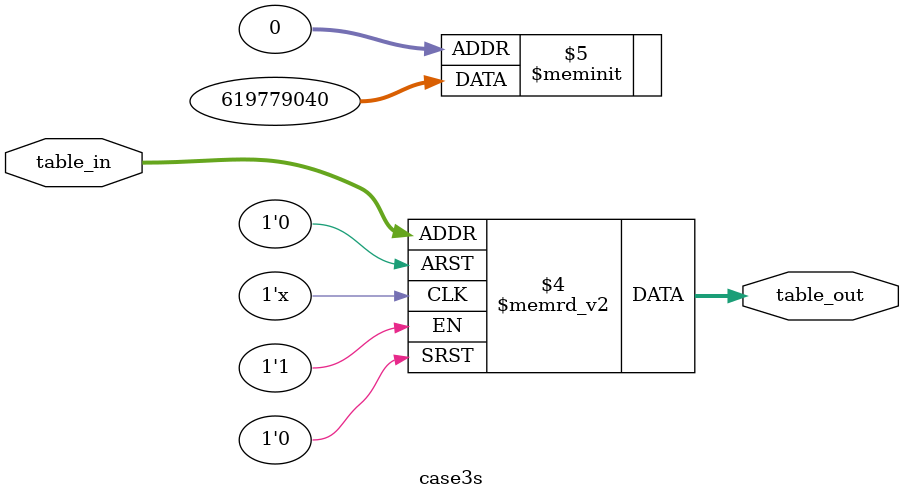
<source format=v>

module case3s
( input [2:0] table_in, // Three bit
  output reg [3:0] table_out); // Range -2 to 4 -> 4 bits

// --------------------------------------------------------
// This is the DA CASE table for
// the 3 coefficients: -2, 3, 1
always @(table_in) begin
    case (table_in)
        0 :  table_out = 0;
        1 :  table_out = -2;
        2 :  table_out = 3;
        3 :  table_out = 1;
        4 :  table_out = 1;
        5 :  table_out = -1;
        6 :  table_out = 4;
        7 :  table_out = 2;
        default : ;
    endcase
end

endmodule
</source>
